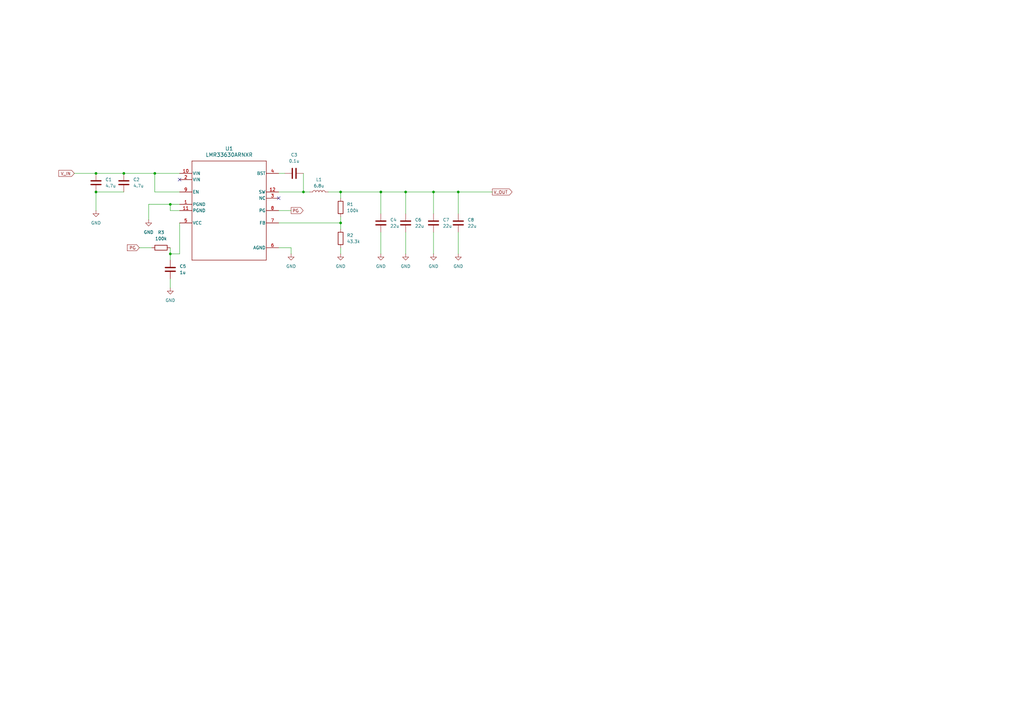
<source format=kicad_sch>
(kicad_sch (version 20250114) (generator "eeschema") (generator_version "9.0")
  (paper "A3")
  (lib_symbols
    (symbol "2025-11-09_14-41-59:LMR33630ARNXR" (pin_names (offset 0.254))
      (property "Reference" "U" (at 0 2.54 0))
      (property "Value" "LMR33630ARNXR" (at 0 0 0))
      (symbol "LMR33630ARNXR_0_1"
        (polyline (pts (xy -15.24 20.32) (xy -15.24 -20.32)) (stroke (width 0.2032)))
        (polyline (pts (xy -15.24 -20.32) (xy 15.24 -20.32)) (stroke (width 0.2032)))
        (polyline (pts (xy 15.24 20.32) (xy -15.24 20.32)) (stroke (width 0.2032)))
        (polyline (pts (xy 15.24 -20.32) (xy 15.24 20.32)) (stroke (width 0.2032)))
        (pin power_in line (at -20.32 15.24 0) (length 5.08) (name "VIN") (number "10"))
        (pin power_in line (at -20.32 12.7 0) (length 5.08) (name "VIN") (number "2"))
        (pin input line (at -20.32 7.62 0) (length 5.08) (name "EN") (number "9"))
        (pin power_in line (at -20.32 2.54 0) (length 5.08) (name "PGND") (number "1"))
        (pin power_in line (at -20.32 0 0) (length 5.08) (name "PGND") (number "11"))
        (pin power_in line (at -20.32 -5.08 0) (length 5.08) (name "VCC") (number "5"))
        (pin unspecified line (at 20.32 15.24 180) (length 5.08) (name "BST") (number "4"))
        (pin power_in line (at 20.32 7.62 180) (length 5.08) (name "SW") (number "12"))
        (pin unspecified line (at 20.32 5.08 180) (length 5.08) (name "NC") (number "3"))
        (pin open_collector line (at 20.32 0 180) (length 5.08) (name "PG") (number "8"))
        (pin input line (at 20.32 -5.08 180) (length 5.08) (name "FB") (number "7"))
        (pin power_in line (at 20.32 -15.24 180) (length 5.08) (name "AGND") (number "6"))
      )
    )
    (symbol "Device:C" (pin_numbers (hide yes)) (pin_names (offset 0.254))
      (property "Reference" "C" (at 0.635 2.54 0))
      (property "Value" "C" (at 0.635 -2.54 0))
      (symbol "C_0_1"
        (polyline (pts (xy -2.032 0.762) (xy 2.032 0.762)) (stroke (width 0.508)))
        (polyline (pts (xy -2.032 -0.762) (xy 2.032 -0.762)) (stroke (width 0.508)))
      )
      (symbol "C_1_1"
        (pin passive line (at 0 3.81 270) (length 2.794) (name "~") (number "1"))
        (pin passive line (at 0 -3.81 90) (length 2.794) (name "~") (number "2"))
      )
    )
    (symbol "Device:L" (pin_numbers (hide yes)) (pin_names (offset 1.016) (hide yes))
      (property "Reference" "L" (at -1.27 0 90))
      (property "Value" "L" (at 1.905 0 90))
      (symbol "L_0_1"
        (arc (start 0 2.54) (mid 0.6323 1.905) (end 0 1.27))
        (arc (start 0 1.27) (mid 0.6323 0.635) (end 0 0))
        (arc (start 0 0) (mid 0.6323 -0.635) (end 0 -1.27))
        (arc (start 0 -1.27) (mid 0.6323 -1.905) (end 0 -2.54))
      )
      (symbol "L_1_1"
        (pin passive line (at 0 3.81 270) (length 1.27) (name "1") (number "1"))
        (pin passive line (at 0 -3.81 90) (length 1.27) (name "2") (number "2"))
      )
    )
    (symbol "Device:R" (pin_numbers (hide yes)) (pin_names (offset 0))
      (property "Reference" "R" (at 2.032 0 90))
      (property "Value" "R" (at 0 0 90))
      (symbol "R_0_1"
        (rectangle (start -1.016 -2.54) (end 1.016 2.54) (stroke (width 0.254)))
      )
      (symbol "R_1_1"
        (pin passive line (at 0 3.81 270) (length 1.27) (name "~") (number "1"))
        (pin passive line (at 0 -3.81 90) (length 1.27) (name "~") (number "2"))
      )
    )
    (symbol "power:GND" (power) (pin_numbers (hide yes)) (pin_names (offset 0) (hide yes))
      (property "Value" "GND" (at 0 -3.81 0))
      (symbol "GND_0_1"
        (polyline (pts (xy 0 0) (xy 0 -1.27) (xy 1.27 -1.27) (xy 0 -2.54) (xy -1.27 -1.27) (xy 0 -1.27)))
      )
      (symbol "GND_1_1"
        (pin power_in line (at 0 0 270) (length 0) (name "~") (number "1"))
      )
    )
  )
  (junction (at 63.5 71.12))
  (junction (at 39.37 71.12))
  (junction (at 139.7 91.44))
  (junction (at 124.46 78.74))
  (junction (at 69.85 83.82))
  (junction (at 166.37 78.74))
  (junction (at 187.96 78.74))
  (junction (at 69.85 104.14))
  (junction (at 50.8 71.12))
  (junction (at 177.8 78.74))
  (junction (at 156.21 78.74))
  (junction (at 139.7 78.74))
  (junction (at 39.37 78.74))
  (no_connect (at 114.3 81.28))
  (no_connect (at 73.66 73.66))
  (wire (pts (xy 177.8 95.25) (xy 177.8 104.14)))
  (wire (pts (xy 114.3 78.74) (xy 124.46 78.74)))
  (wire (pts (xy 139.7 91.44) (xy 139.7 93.98)))
  (wire (pts (xy 187.96 78.74) (xy 187.96 87.63)))
  (wire (pts (xy 134.62 78.74) (xy 139.7 78.74)))
  (wire (pts (xy 166.37 78.74) (xy 166.37 87.63)))
  (wire (pts (xy 114.3 86.36) (xy 119.38 86.36)))
  (wire (pts (xy 60.96 90.17) (xy 60.96 83.82)))
  (wire (pts (xy 156.21 78.74) (xy 156.21 87.63)))
  (wire (pts (xy 139.7 101.6) (xy 139.7 104.14)))
  (wire (pts (xy 73.66 104.14) (xy 69.85 104.14)))
  (wire (pts (xy 73.66 91.44) (xy 73.66 104.14)))
  (wire (pts (xy 69.85 101.6) (xy 69.85 104.14)))
  (wire (pts (xy 187.96 95.25) (xy 187.96 104.14)))
  (wire (pts (xy 139.7 78.74) (xy 139.7 81.28)))
  (wire (pts (xy 73.66 86.36) (xy 69.85 86.36)))
  (wire (pts (xy 139.7 91.44) (xy 139.7 88.9)))
  (wire (pts (xy 57.15 101.6) (xy 62.23 101.6)))
  (wire (pts (xy 73.66 78.74) (xy 63.5 78.74)))
  (wire (pts (xy 63.5 71.12) (xy 63.5 78.74)))
  (wire (pts (xy 63.5 71.12) (xy 73.66 71.12)))
  (wire (pts (xy 166.37 95.25) (xy 166.37 104.14)))
  (wire (pts (xy 39.37 71.12) (xy 50.8 71.12)))
  (wire (pts (xy 156.21 95.25) (xy 156.21 104.14)))
  (wire (pts (xy 124.46 71.12) (xy 124.46 78.74)))
  (wire (pts (xy 69.85 104.14) (xy 69.85 106.68)))
  (wire (pts (xy 50.8 71.12) (xy 63.5 71.12)))
  (wire (pts (xy 114.3 91.44) (xy 139.7 91.44)))
  (wire (pts (xy 69.85 83.82) (xy 73.66 83.82)))
  (wire (pts (xy 139.7 78.74) (xy 156.21 78.74)))
  (wire (pts (xy 119.38 101.6) (xy 119.38 104.14)))
  (wire (pts (xy 30.48 71.12) (xy 39.37 71.12)))
  (wire (pts (xy 124.46 78.74) (xy 127 78.74)))
  (wire (pts (xy 69.85 114.3) (xy 69.85 118.11)))
  (wire (pts (xy 114.3 71.12) (xy 116.84 71.12)))
  (wire (pts (xy 114.3 101.6) (xy 119.38 101.6)))
  (wire (pts (xy 60.96 83.82) (xy 69.85 83.82)))
  (wire (pts (xy 166.37 78.74) (xy 177.8 78.74)))
  (wire (pts (xy 39.37 78.74) (xy 50.8 78.74)))
  (wire (pts (xy 39.37 78.74) (xy 39.37 86.36)))
  (wire (pts (xy 177.8 78.74) (xy 177.8 87.63)))
  (wire (pts (xy 156.21 78.74) (xy 166.37 78.74)))
  (wire (pts (xy 187.96 78.74) (xy 201.93 78.74)))
  (wire (pts (xy 177.8 78.74) (xy 187.96 78.74)))
  (wire (pts (xy 69.85 86.36) (xy 69.85 83.82)))
  (global_label "V_IN" (shape input) (at 30.48 71.12 180) (property "Intersheetrefs" "${INTERSHEET_REFS}" (effects (hide yes))))
  (global_label "PG" (shape input) (at 57.15 101.6 180) (property "Intersheetrefs" "${INTERSHEET_REFS}" (effects (hide yes))))
  (global_label "PG" (shape output) (at 119.38 86.36 0) (property "Intersheetrefs" "${INTERSHEET_REFS}" (effects (hide yes))))
  (global_label "V_OUT" (shape output) (at 201.93 78.74 0) (property "Intersheetrefs" "${INTERSHEET_REFS}" (effects (hide yes))))
  (symbol (lib_id "power:GND") (at 156.21 104.14 0) (unit 1)
    (property "Reference" "#PWR05" (effects (hide yes)))
    (property "Value" "GND" (at 156.21 109.22 0))
    (property "Description" "Power symbol creates a global label with name \"GND\" , ground" (effects (hide yes)))
  )
  (symbol (lib_id "Device:C") (at 166.37 91.44 180) (unit 1)
    (property "Reference" "C6" (at 170.18 90.1699 0) (effects (justify right)))
    (property "Value" "22u" (at 170.18 92.7099 0) (effects (justify right)))
    (property "Description" "Unpolarized capacitor" (effects (hide yes)))
  )
  (symbol (lib_id "Device:C") (at 39.37 74.93 0) (unit 1)
    (property "Reference" "C1" (at 43.18 73.6599 0) (effects (justify left)))
    (property "Value" "4.7u" (at 43.18 76.1999 0) (effects (justify left)))
    (property "Description" "Unpolarized capacitor" (effects (hide yes)))
  )
  (symbol (lib_id "Device:C") (at 156.21 91.44 180) (unit 1)
    (property "Reference" "C4" (at 160.02 90.1699 0) (effects (justify right)))
    (property "Value" "22u" (at 160.02 92.7099 0) (effects (justify right)))
    (property "Description" "Unpolarized capacitor" (effects (hide yes)))
  )
  (symbol (lib_id "power:GND") (at 69.85 118.11 0) (unit 1)
    (property "Reference" "#PWR06" (effects (hide yes)))
    (property "Value" "GND" (at 69.85 123.19 0))
    (property "Description" "Power symbol creates a global label with name \"GND\" , ground" (effects (hide yes)))
  )
  (symbol (lib_id "power:GND") (at 177.8 104.14 0) (unit 1)
    (property "Reference" "#PWR08" (effects (hide yes)))
    (property "Value" "GND" (at 177.8 109.22 0))
    (property "Description" "Power symbol creates a global label with name \"GND\" , ground" (effects (hide yes)))
  )
  (symbol (lib_id "power:GND") (at 166.37 104.14 0) (unit 1)
    (property "Reference" "#PWR07" (effects (hide yes)))
    (property "Value" "GND" (at 166.37 109.22 0))
    (property "Description" "Power symbol creates a global label with name \"GND\" , ground" (effects (hide yes)))
  )
  (symbol (lib_id "Device:C") (at 69.85 110.49 0) (unit 1)
    (property "Reference" "C5" (at 73.66 109.2199 0) (effects (justify left)))
    (property "Value" "1u" (at 73.66 111.7599 0) (effects (justify left)))
    (property "Description" "Unpolarized capacitor" (effects (hide yes)))
  )
  (symbol (lib_id "power:GND") (at 187.96 104.14 0) (unit 1)
    (property "Reference" "#PWR09" (effects (hide yes)))
    (property "Value" "GND" (at 187.96 109.22 0))
    (property "Description" "Power symbol creates a global label with name \"GND\" , ground" (effects (hide yes)))
  )
  (symbol (lib_id "Device:R") (at 139.7 97.79 0) (unit 1)
    (property "Reference" "R2" (at 142.24 96.5199 0) (effects (justify left)))
    (property "Value" "43.3k" (at 142.24 99.0599 0) (effects (justify left)))
    (property "Description" "Resistor" (effects (hide yes)))
  )
  (symbol (lib_id "Device:C") (at 177.8 91.44 180) (unit 1)
    (property "Reference" "C7" (at 181.61 90.1699 0) (effects (justify right)))
    (property "Value" "22u" (at 181.61 92.7099 0) (effects (justify right)))
    (property "Description" "Unpolarized capacitor" (effects (hide yes)))
  )
  (symbol (lib_id "Device:R") (at 139.7 85.09 0) (unit 1)
    (property "Reference" "R1" (at 142.24 83.8199 0) (effects (justify left)))
    (property "Value" "100k" (at 142.24 86.3599 0) (effects (justify left)))
    (property "Description" "Resistor" (effects (hide yes)))
  )
  (symbol (lib_id "2025-11-09_14-41-59:LMR33630ARNXR") (at 93.98 86.36 0) (unit 1)
    (property "Reference" "U1" (at 93.98 60.96 0) (effects (font (size 1.524 1.524))))
    (property "Value" "LMR33630ARNXR" (at 93.98 63.5 0) (effects (font (size 1.524 1.524))))
    (property "Footprint" "RNX0012B" (effects (hide yes)))
    (property "Datasheet" "https://www.ti.com/lit/gpn/lmr33630" (effects (hide yes)))
  )
  (symbol (lib_id "Device:R") (at 66.04 101.6 90) (unit 1)
    (property "Reference" "R3" (at 66.04 95.3365 90))
    (property "Value" "100k" (at 66.04 97.8765 90))
    (property "Description" "Resistor" (effects (hide yes)))
  )
  (symbol (lib_id "power:GND") (at 60.96 90.17 0) (unit 1)
    (property "Reference" "#PWR02" (effects (hide yes)))
    (property "Value" "GND" (at 60.96 95.25 0))
    (property "Description" "Power symbol creates a global label with name \"GND\" , ground" (effects (hide yes)))
  )
  (symbol (lib_id "Device:L") (at 130.81 78.74 90) (unit 1)
    (property "Reference" "L1" (at 130.81 73.66 90))
    (property "Value" "6.8u" (at 130.81 76.2 90))
    (property "Description" "Inductor" (effects (hide yes)))
  )
  (symbol (lib_id "power:GND") (at 119.38 104.14 0) (unit 1)
    (property "Reference" "#PWR03" (effects (hide yes)))
    (property "Value" "GND" (at 119.38 109.22 0))
    (property "Description" "Power symbol creates a global label with name \"GND\" , ground" (effects (hide yes)))
  )
  (symbol (lib_id "power:GND") (at 39.37 86.36 0) (unit 1)
    (property "Reference" "#PWR01" (effects (hide yes)))
    (property "Value" "GND" (at 39.37 91.44 0))
    (property "Description" "Power symbol creates a global label with name \"GND\" , ground" (effects (hide yes)))
  )
  (symbol (lib_id "Device:C") (at 50.8 74.93 0) (unit 1)
    (property "Reference" "C2" (at 54.61 73.6599 0) (effects (justify left)))
    (property "Value" "4.7u" (at 54.61 76.1999 0) (effects (justify left)))
    (property "Description" "Unpolarized capacitor" (effects (hide yes)))
  )
  (symbol (lib_id "Device:C") (at 120.65 71.12 90) (unit 1)
    (property "Reference" "C3" (at 120.65 63.5 90))
    (property "Value" "0.1u" (at 120.65 66.04 90))
    (property "Description" "Unpolarized capacitor" (effects (hide yes)))
  )
  (symbol (lib_id "Device:C") (at 187.96 91.44 180) (unit 1)
    (property "Reference" "C8" (at 191.77 90.1699 0) (effects (justify right)))
    (property "Value" "22u" (at 191.77 92.7099 0) (effects (justify right)))
    (property "Description" "Unpolarized capacitor" (effects (hide yes)))
  )
  (symbol (lib_id "power:GND") (at 139.7 104.14 0) (unit 1)
    (property "Reference" "#PWR04" (effects (hide yes)))
    (property "Value" "GND" (at 139.7 109.22 0))
    (property "Description" "Power symbol creates a global label with name \"GND\" , ground" (effects (hide yes)))
  )
)
</source>
